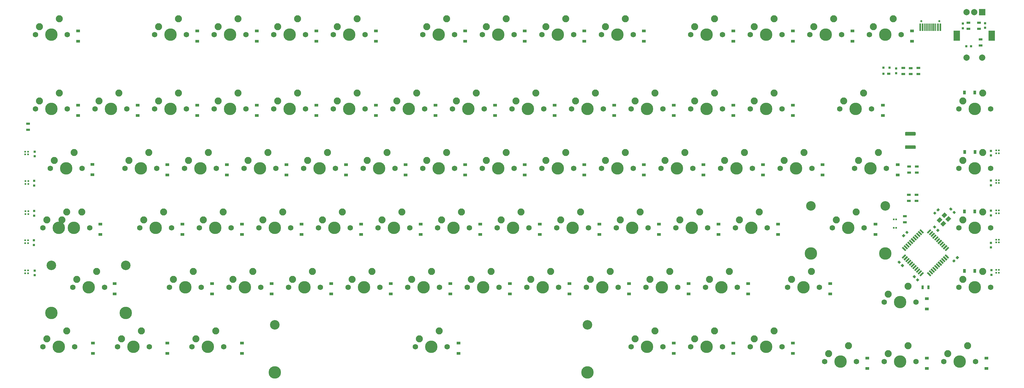
<source format=gbs>
G04 #@! TF.GenerationSoftware,KiCad,Pcbnew,(5.1.4)-1*
G04 #@! TF.CreationDate,2020-09-20T18:26:42+10:00*
G04 #@! TF.ProjectId,keyboard-10,6b657962-6f61-4726-942d-31302e6b6963,rev?*
G04 #@! TF.SameCoordinates,Original*
G04 #@! TF.FileFunction,Soldermask,Bot*
G04 #@! TF.FilePolarity,Negative*
%FSLAX46Y46*%
G04 Gerber Fmt 4.6, Leading zero omitted, Abs format (unit mm)*
G04 Created by KiCad (PCBNEW (5.1.4)-1) date 2020-09-20 18:26:42*
%MOMM*%
%LPD*%
G04 APERTURE LIST*
%ADD10R,0.550000X0.550000*%
%ADD11R,0.500000X0.500000*%
%ADD12C,2.250000*%
%ADD13C,3.987800*%
%ADD14C,1.750000*%
%ADD15R,1.300000X0.700000*%
%ADD16R,0.750000X0.800000*%
%ADD17R,2.000000X2.000000*%
%ADD18C,2.000000*%
%ADD19R,2.000000X3.200000*%
%ADD20R,0.700000X1.300000*%
%ADD21R,0.800000X0.750000*%
%ADD22C,0.750000*%
%ADD23C,0.100000*%
%ADD24C,3.048000*%
%ADD25C,0.650000*%
%ADD26R,0.300000X2.450000*%
%ADD27R,0.600000X2.450000*%
%ADD28C,1.200000*%
%ADD29R,0.700000X0.800000*%
%ADD30R,1.100000X0.800000*%
%ADD31C,0.550000*%
%ADD32C,1.125000*%
%ADD33R,1.200000X0.900000*%
%ADD34R,0.900000X1.200000*%
G04 APERTURE END LIST*
D10*
X405892001Y-160037000D03*
X406642001Y-160037000D03*
X405892001Y-162687000D03*
X406642001Y-162687000D03*
D11*
X439547000Y-176207000D03*
X439547000Y-177107000D03*
X438647000Y-177107000D03*
X438647000Y-176207000D03*
X439547000Y-166497000D03*
X439547000Y-167397000D03*
X438647000Y-167397000D03*
X438647000Y-166497000D03*
X439547000Y-157157000D03*
X439547000Y-158057000D03*
X438647000Y-158057000D03*
X438647000Y-157157000D03*
X438647000Y-147447000D03*
X438647000Y-148347000D03*
X439547000Y-148347000D03*
X439547000Y-147447000D03*
X439547000Y-137911000D03*
X439547000Y-138811000D03*
X438647000Y-138811000D03*
X438647000Y-137911000D03*
X129043000Y-176392000D03*
X129043000Y-177292000D03*
X128143000Y-177292000D03*
X128143000Y-176392000D03*
X129043000Y-166740000D03*
X129043000Y-167640000D03*
X128143000Y-167640000D03*
X128143000Y-166740000D03*
X129101000Y-157411000D03*
X129101000Y-158311000D03*
X128201000Y-158311000D03*
X128201000Y-157411000D03*
X129101000Y-147759000D03*
X129101000Y-148659000D03*
X128201000Y-148659000D03*
X128201000Y-147759000D03*
X129032000Y-138303000D03*
X129032000Y-139203000D03*
X128132000Y-139203000D03*
X128132000Y-138303000D03*
D12*
X146208750Y-157638750D03*
D13*
X143668750Y-162718750D03*
D12*
X139858750Y-160178750D03*
D14*
X138588750Y-162718750D03*
X148748750Y-162718750D03*
D12*
X141446250Y-157638750D03*
D13*
X138906250Y-162718750D03*
D12*
X135096250Y-160178750D03*
D14*
X133826250Y-162718750D03*
X143986250Y-162718750D03*
D15*
X429768000Y-97028000D03*
X429768000Y-98928000D03*
X433197000Y-97028000D03*
X433197000Y-98928000D03*
D16*
X427990000Y-97282000D03*
X427990000Y-98782000D03*
X435102000Y-97167000D03*
X435102000Y-98667000D03*
D17*
X434181250Y-93662500D03*
D18*
X431681250Y-93662500D03*
X429181250Y-93662500D03*
D19*
X437281250Y-101162500D03*
X426081250Y-101162500D03*
D18*
X434181250Y-108162500D03*
X429181250Y-108162500D03*
D15*
X433705000Y-104267000D03*
X433705000Y-102367000D03*
D20*
X415131250Y-181768750D03*
X417031250Y-181768750D03*
D15*
X408940000Y-111535500D03*
X408940000Y-113435500D03*
X129032000Y-131288500D03*
X129032000Y-129388500D03*
X413766000Y-111535500D03*
X413766000Y-113435500D03*
X411353000Y-111572000D03*
X411353000Y-113472000D03*
X413258000Y-145004500D03*
X413258000Y-143104500D03*
X410845000Y-145004500D03*
X410845000Y-143104500D03*
X413227184Y-154075500D03*
X413227184Y-152175500D03*
X410718000Y-154075500D03*
X410718000Y-152175500D03*
X409448000Y-160933500D03*
X409448000Y-159033500D03*
D12*
X139065000Y-95726250D03*
D13*
X136525000Y-100806250D03*
D12*
X132715000Y-98266250D03*
D14*
X131445000Y-100806250D03*
X141605000Y-100806250D03*
D21*
X429157000Y-104521000D03*
X430657000Y-104521000D03*
D22*
X426243750Y-172243750D03*
D23*
G36*
X426261428Y-171695742D02*
G01*
X426791758Y-172226072D01*
X426226072Y-172791758D01*
X425695742Y-172261428D01*
X426261428Y-171695742D01*
X426261428Y-171695742D01*
G37*
D22*
X425183090Y-173304410D03*
D23*
G36*
X425200768Y-172756402D02*
G01*
X425731098Y-173286732D01*
X425165412Y-173852418D01*
X424635082Y-173322088D01*
X425200768Y-172756402D01*
X425200768Y-172756402D01*
G37*
D22*
X418973000Y-162433000D03*
D23*
G36*
X418424992Y-162415322D02*
G01*
X418955322Y-161884992D01*
X419521008Y-162450678D01*
X418990678Y-162981008D01*
X418424992Y-162415322D01*
X418424992Y-162415322D01*
G37*
D22*
X420033660Y-163493660D03*
D23*
G36*
X419485652Y-163475982D02*
G01*
X420015982Y-162945652D01*
X420581668Y-163511338D01*
X420051338Y-164041668D01*
X419485652Y-163475982D01*
X419485652Y-163475982D01*
G37*
D22*
X413543750Y-179387500D03*
D23*
G36*
X414091758Y-179405178D02*
G01*
X413561428Y-179935508D01*
X412995742Y-179369822D01*
X413526072Y-178839492D01*
X414091758Y-179405178D01*
X414091758Y-179405178D01*
G37*
D22*
X412483090Y-178326840D03*
D23*
G36*
X413031098Y-178344518D02*
G01*
X412500768Y-178874848D01*
X411935082Y-178309162D01*
X412465412Y-177778832D01*
X413031098Y-178344518D01*
X413031098Y-178344518D01*
G37*
D22*
X407647670Y-173713670D03*
D23*
G36*
X407099662Y-173695992D02*
G01*
X407629992Y-173165662D01*
X408195678Y-173731348D01*
X407665348Y-174261678D01*
X407099662Y-173695992D01*
X407099662Y-173695992D01*
G37*
D22*
X408708330Y-174774330D03*
D23*
G36*
X408160322Y-174756652D02*
G01*
X408690652Y-174226322D01*
X409256338Y-174792008D01*
X408726008Y-175322338D01*
X408160322Y-174756652D01*
X408160322Y-174756652D01*
G37*
D16*
X437134000Y-176276000D03*
X437134000Y-177776000D03*
X437007000Y-167513000D03*
X437007000Y-169013000D03*
X437007000Y-157226000D03*
X437007000Y-158726000D03*
X437007000Y-147574000D03*
X437007000Y-149074000D03*
X437007000Y-138049000D03*
X437007000Y-139549000D03*
X131191000Y-176415000D03*
X131191000Y-177915000D03*
X130937000Y-166731250D03*
X130937000Y-168231250D03*
X130968750Y-157333250D03*
X130968750Y-158833250D03*
X131000500Y-147681250D03*
X131000500Y-149181250D03*
X131191000Y-138303000D03*
X131191000Y-139803000D03*
X406654000Y-111693500D03*
X406654000Y-113193500D03*
D22*
X410133243Y-164160757D03*
D23*
G36*
X410150921Y-163612749D02*
G01*
X410681251Y-164143079D01*
X410115565Y-164708765D01*
X409585235Y-164178435D01*
X410150921Y-163612749D01*
X410150921Y-163612749D01*
G37*
D22*
X409072583Y-165221417D03*
D23*
G36*
X409090261Y-164673409D02*
G01*
X409620591Y-165203739D01*
X409054905Y-165769425D01*
X408524575Y-165239095D01*
X409090261Y-164673409D01*
X409090261Y-164673409D01*
G37*
D22*
X419040732Y-157999950D03*
D23*
G36*
X419023054Y-158547958D02*
G01*
X418492724Y-158017628D01*
X419058410Y-157451942D01*
X419588740Y-157982272D01*
X419023054Y-158547958D01*
X419023054Y-158547958D01*
G37*
D22*
X420101392Y-156939290D03*
D23*
G36*
X420083714Y-157487298D02*
G01*
X419553384Y-156956968D01*
X420119070Y-156391282D01*
X420649400Y-156921612D01*
X420083714Y-157487298D01*
X420083714Y-157487298D01*
G37*
D22*
X425237217Y-157755235D03*
D23*
G36*
X425785225Y-157772913D02*
G01*
X425254895Y-158303243D01*
X424689209Y-157737557D01*
X425219539Y-157207227D01*
X425785225Y-157772913D01*
X425785225Y-157772913D01*
G37*
D22*
X424176557Y-156694575D03*
D23*
G36*
X424724565Y-156712253D02*
G01*
X424194235Y-157242583D01*
X423628549Y-156676897D01*
X424158879Y-156146567D01*
X424724565Y-156712253D01*
X424724565Y-156712253D01*
G37*
D12*
X410527500Y-181451250D03*
D13*
X407987500Y-186531250D03*
D12*
X404177500Y-183991250D03*
D14*
X402907500Y-186531250D03*
X413067500Y-186531250D03*
D12*
X379571250Y-176688750D03*
D13*
X377031250Y-181768750D03*
D12*
X373221250Y-179228750D03*
D14*
X371951250Y-181768750D03*
X382111250Y-181768750D03*
D12*
X358140000Y-138588750D03*
D13*
X355600000Y-143668750D03*
D12*
X351790000Y-141128750D03*
D14*
X350520000Y-143668750D03*
X360680000Y-143668750D03*
D12*
X377190000Y-138588750D03*
D13*
X374650000Y-143668750D03*
D12*
X370840000Y-141128750D03*
D14*
X369570000Y-143668750D03*
X379730000Y-143668750D03*
D12*
X172402500Y-157638750D03*
D13*
X169862500Y-162718750D03*
D12*
X166052500Y-160178750D03*
D14*
X164782500Y-162718750D03*
X174942500Y-162718750D03*
D12*
X272415000Y-119538750D03*
D13*
X269875000Y-124618750D03*
D12*
X266065000Y-122078750D03*
D14*
X264795000Y-124618750D03*
X274955000Y-124618750D03*
D12*
X429577500Y-200501250D03*
D13*
X427037500Y-205581250D03*
D12*
X423227500Y-203041250D03*
D14*
X421957500Y-205581250D03*
X432117500Y-205581250D03*
D12*
X410527500Y-200501250D03*
D13*
X407987500Y-205581250D03*
D12*
X404177500Y-203041250D03*
D14*
X402907500Y-205581250D03*
X413067500Y-205581250D03*
D12*
X391477500Y-200501250D03*
D13*
X388937500Y-205581250D03*
D12*
X385127500Y-203041250D03*
D14*
X383857500Y-205581250D03*
X394017500Y-205581250D03*
D12*
X367665000Y-195738750D03*
D13*
X365125000Y-200818750D03*
D12*
X361315000Y-198278750D03*
D14*
X360045000Y-200818750D03*
X370205000Y-200818750D03*
D12*
X348615000Y-195738750D03*
D13*
X346075000Y-200818750D03*
D12*
X342265000Y-198278750D03*
D14*
X340995000Y-200818750D03*
X351155000Y-200818750D03*
D12*
X329565000Y-195738750D03*
D13*
X327025000Y-200818750D03*
D12*
X323215000Y-198278750D03*
D14*
X321945000Y-200818750D03*
X332105000Y-200818750D03*
D12*
X260508750Y-195738750D03*
D13*
X257968750Y-200818750D03*
D12*
X254158750Y-198278750D03*
D14*
X252888750Y-200818750D03*
X263048750Y-200818750D03*
D24*
X207968850Y-193833750D03*
X307968650Y-193833750D03*
D13*
X207968850Y-209073750D03*
X307968650Y-209073750D03*
D12*
X189071250Y-195738750D03*
D13*
X186531250Y-200818750D03*
D12*
X182721250Y-198278750D03*
D14*
X181451250Y-200818750D03*
X191611250Y-200818750D03*
D12*
X165258750Y-195738750D03*
D13*
X162718750Y-200818750D03*
D12*
X158908750Y-198278750D03*
D14*
X157638750Y-200818750D03*
X167798750Y-200818750D03*
D12*
X141446250Y-195738750D03*
D13*
X138906250Y-200818750D03*
D12*
X135096250Y-198278750D03*
D14*
X133826250Y-200818750D03*
X143986250Y-200818750D03*
D12*
X434340000Y-176688750D03*
D13*
X431800000Y-181768750D03*
D12*
X427990000Y-179228750D03*
D14*
X426720000Y-181768750D03*
X436880000Y-181768750D03*
D12*
X353377500Y-176688750D03*
D13*
X350837500Y-181768750D03*
D12*
X347027500Y-179228750D03*
D14*
X345757500Y-181768750D03*
X355917500Y-181768750D03*
D12*
X334327500Y-176688750D03*
D13*
X331787500Y-181768750D03*
D12*
X327977500Y-179228750D03*
D14*
X326707500Y-181768750D03*
X336867500Y-181768750D03*
D12*
X315277500Y-176688750D03*
D13*
X312737500Y-181768750D03*
D12*
X308927500Y-179228750D03*
D14*
X307657500Y-181768750D03*
X317817500Y-181768750D03*
D12*
X296227500Y-176688750D03*
D13*
X293687500Y-181768750D03*
D12*
X289877500Y-179228750D03*
D14*
X288607500Y-181768750D03*
X298767500Y-181768750D03*
D12*
X277177500Y-176688750D03*
D13*
X274637500Y-181768750D03*
D12*
X270827500Y-179228750D03*
D14*
X269557500Y-181768750D03*
X279717500Y-181768750D03*
D12*
X258127500Y-176688750D03*
D13*
X255587500Y-181768750D03*
D12*
X251777500Y-179228750D03*
D14*
X250507500Y-181768750D03*
X260667500Y-181768750D03*
D12*
X239077500Y-176688750D03*
D13*
X236537500Y-181768750D03*
D12*
X232727500Y-179228750D03*
D14*
X231457500Y-181768750D03*
X241617500Y-181768750D03*
D12*
X220027500Y-176688750D03*
D13*
X217487500Y-181768750D03*
D12*
X213677500Y-179228750D03*
D14*
X212407500Y-181768750D03*
X222567500Y-181768750D03*
D12*
X200977500Y-176688750D03*
D13*
X198437500Y-181768750D03*
D12*
X194627500Y-179228750D03*
D14*
X193357500Y-181768750D03*
X203517500Y-181768750D03*
D12*
X181927500Y-176688750D03*
D13*
X179387500Y-181768750D03*
D12*
X175577500Y-179228750D03*
D14*
X174307500Y-181768750D03*
X184467500Y-181768750D03*
D12*
X150971250Y-176688750D03*
D13*
X148431250Y-181768750D03*
D12*
X144621250Y-179228750D03*
D14*
X143351250Y-181768750D03*
X153511250Y-181768750D03*
D24*
X136525000Y-174783750D03*
X160337500Y-174783750D03*
D13*
X136525000Y-190023750D03*
X160337500Y-190023750D03*
D12*
X434340000Y-157638750D03*
D13*
X431800000Y-162718750D03*
D12*
X427990000Y-160178750D03*
D14*
X426720000Y-162718750D03*
X436880000Y-162718750D03*
D12*
X393858750Y-157638750D03*
D13*
X391318750Y-162718750D03*
D12*
X387508750Y-160178750D03*
D14*
X386238750Y-162718750D03*
X396398750Y-162718750D03*
D24*
X379412500Y-155733750D03*
X403225000Y-155733750D03*
D13*
X379412500Y-170973750D03*
X403225000Y-170973750D03*
D12*
X362902500Y-157638750D03*
D13*
X360362500Y-162718750D03*
D12*
X356552500Y-160178750D03*
D14*
X355282500Y-162718750D03*
X365442500Y-162718750D03*
D12*
X343852500Y-157638750D03*
D13*
X341312500Y-162718750D03*
D12*
X337502500Y-160178750D03*
D14*
X336232500Y-162718750D03*
X346392500Y-162718750D03*
D12*
X324802500Y-157638750D03*
D13*
X322262500Y-162718750D03*
D12*
X318452500Y-160178750D03*
D14*
X317182500Y-162718750D03*
X327342500Y-162718750D03*
D12*
X305752500Y-157638750D03*
D13*
X303212500Y-162718750D03*
D12*
X299402500Y-160178750D03*
D14*
X298132500Y-162718750D03*
X308292500Y-162718750D03*
D12*
X286702500Y-157638750D03*
D13*
X284162500Y-162718750D03*
D12*
X280352500Y-160178750D03*
D14*
X279082500Y-162718750D03*
X289242500Y-162718750D03*
D12*
X267652500Y-157638750D03*
D13*
X265112500Y-162718750D03*
D12*
X261302500Y-160178750D03*
D14*
X260032500Y-162718750D03*
X270192500Y-162718750D03*
D12*
X248602500Y-157638750D03*
D13*
X246062500Y-162718750D03*
D12*
X242252500Y-160178750D03*
D14*
X240982500Y-162718750D03*
X251142500Y-162718750D03*
D12*
X229552500Y-157638750D03*
D13*
X227012500Y-162718750D03*
D12*
X223202500Y-160178750D03*
D14*
X221932500Y-162718750D03*
X232092500Y-162718750D03*
D12*
X210502500Y-157638750D03*
D13*
X207962500Y-162718750D03*
D12*
X204152500Y-160178750D03*
D14*
X202882500Y-162718750D03*
X213042500Y-162718750D03*
D12*
X191452500Y-157638750D03*
D13*
X188912500Y-162718750D03*
D12*
X185102500Y-160178750D03*
D14*
X183832500Y-162718750D03*
X193992500Y-162718750D03*
D12*
X434340000Y-138588750D03*
D13*
X431800000Y-143668750D03*
D12*
X427990000Y-141128750D03*
D14*
X426720000Y-143668750D03*
X436880000Y-143668750D03*
D12*
X401002500Y-138588750D03*
D13*
X398462500Y-143668750D03*
D12*
X394652500Y-141128750D03*
D14*
X393382500Y-143668750D03*
X403542500Y-143668750D03*
D12*
X339090000Y-138588750D03*
D13*
X336550000Y-143668750D03*
D12*
X332740000Y-141128750D03*
D14*
X331470000Y-143668750D03*
X341630000Y-143668750D03*
D12*
X320040000Y-138588750D03*
D13*
X317500000Y-143668750D03*
D12*
X313690000Y-141128750D03*
D14*
X312420000Y-143668750D03*
X322580000Y-143668750D03*
D12*
X300990000Y-138588750D03*
D13*
X298450000Y-143668750D03*
D12*
X294640000Y-141128750D03*
D14*
X293370000Y-143668750D03*
X303530000Y-143668750D03*
D12*
X281940000Y-138588750D03*
D13*
X279400000Y-143668750D03*
D12*
X275590000Y-141128750D03*
D14*
X274320000Y-143668750D03*
X284480000Y-143668750D03*
D12*
X262890000Y-138588750D03*
D13*
X260350000Y-143668750D03*
D12*
X256540000Y-141128750D03*
D14*
X255270000Y-143668750D03*
X265430000Y-143668750D03*
D12*
X243840000Y-138588750D03*
D13*
X241300000Y-143668750D03*
D12*
X237490000Y-141128750D03*
D14*
X236220000Y-143668750D03*
X246380000Y-143668750D03*
D12*
X224790000Y-138588750D03*
D13*
X222250000Y-143668750D03*
D12*
X218440000Y-141128750D03*
D14*
X217170000Y-143668750D03*
X227330000Y-143668750D03*
D12*
X205740000Y-138588750D03*
D13*
X203200000Y-143668750D03*
D12*
X199390000Y-141128750D03*
D14*
X198120000Y-143668750D03*
X208280000Y-143668750D03*
D12*
X186690000Y-138588750D03*
D13*
X184150000Y-143668750D03*
D12*
X180340000Y-141128750D03*
D14*
X179070000Y-143668750D03*
X189230000Y-143668750D03*
D12*
X167640000Y-138588750D03*
D13*
X165100000Y-143668750D03*
D12*
X161290000Y-141128750D03*
D14*
X160020000Y-143668750D03*
X170180000Y-143668750D03*
D12*
X143827500Y-138588750D03*
D13*
X141287500Y-143668750D03*
D12*
X137477500Y-141128750D03*
D14*
X136207500Y-143668750D03*
X146367500Y-143668750D03*
D12*
X434340000Y-119538750D03*
D13*
X431800000Y-124618750D03*
D12*
X427990000Y-122078750D03*
D14*
X426720000Y-124618750D03*
X436880000Y-124618750D03*
D12*
X396240000Y-119538750D03*
D13*
X393700000Y-124618750D03*
D12*
X389890000Y-122078750D03*
D14*
X388620000Y-124618750D03*
X398780000Y-124618750D03*
D12*
X367665000Y-119538750D03*
D13*
X365125000Y-124618750D03*
D12*
X361315000Y-122078750D03*
D14*
X360045000Y-124618750D03*
X370205000Y-124618750D03*
D12*
X348615000Y-119538750D03*
D13*
X346075000Y-124618750D03*
D12*
X342265000Y-122078750D03*
D14*
X340995000Y-124618750D03*
X351155000Y-124618750D03*
D12*
X329565000Y-119538750D03*
D13*
X327025000Y-124618750D03*
D12*
X323215000Y-122078750D03*
D14*
X321945000Y-124618750D03*
X332105000Y-124618750D03*
D12*
X310515000Y-119538750D03*
D13*
X307975000Y-124618750D03*
D12*
X304165000Y-122078750D03*
D14*
X302895000Y-124618750D03*
X313055000Y-124618750D03*
D12*
X291465000Y-119538750D03*
D13*
X288925000Y-124618750D03*
D12*
X285115000Y-122078750D03*
D14*
X283845000Y-124618750D03*
X294005000Y-124618750D03*
D12*
X253365000Y-119538750D03*
D13*
X250825000Y-124618750D03*
D12*
X247015000Y-122078750D03*
D14*
X245745000Y-124618750D03*
X255905000Y-124618750D03*
D12*
X234315000Y-119538750D03*
D13*
X231775000Y-124618750D03*
D12*
X227965000Y-122078750D03*
D14*
X226695000Y-124618750D03*
X236855000Y-124618750D03*
D12*
X215265000Y-119538750D03*
D13*
X212725000Y-124618750D03*
D12*
X208915000Y-122078750D03*
D14*
X207645000Y-124618750D03*
X217805000Y-124618750D03*
D12*
X196215000Y-119538750D03*
D13*
X193675000Y-124618750D03*
D12*
X189865000Y-122078750D03*
D14*
X188595000Y-124618750D03*
X198755000Y-124618750D03*
D12*
X177165000Y-119538750D03*
D13*
X174625000Y-124618750D03*
D12*
X170815000Y-122078750D03*
D14*
X169545000Y-124618750D03*
X179705000Y-124618750D03*
D12*
X158115000Y-119538750D03*
D13*
X155575000Y-124618750D03*
D12*
X151765000Y-122078750D03*
D14*
X150495000Y-124618750D03*
X160655000Y-124618750D03*
D12*
X139065000Y-119538750D03*
D13*
X136525000Y-124618750D03*
D12*
X132715000Y-122078750D03*
D14*
X131445000Y-124618750D03*
X141605000Y-124618750D03*
D12*
X405765000Y-95726250D03*
D13*
X403225000Y-100806250D03*
D12*
X399415000Y-98266250D03*
D14*
X398145000Y-100806250D03*
X408305000Y-100806250D03*
D12*
X386715000Y-95726250D03*
D13*
X384175000Y-100806250D03*
D12*
X380365000Y-98266250D03*
D14*
X379095000Y-100806250D03*
X389255000Y-100806250D03*
D12*
X367665000Y-95726250D03*
D13*
X365125000Y-100806250D03*
D12*
X361315000Y-98266250D03*
D14*
X360045000Y-100806250D03*
X370205000Y-100806250D03*
D12*
X348615000Y-95726250D03*
D13*
X346075000Y-100806250D03*
D12*
X342265000Y-98266250D03*
D14*
X340995000Y-100806250D03*
X351155000Y-100806250D03*
D12*
X320040000Y-95726250D03*
D13*
X317500000Y-100806250D03*
D12*
X313690000Y-98266250D03*
D14*
X312420000Y-100806250D03*
X322580000Y-100806250D03*
D12*
X300990000Y-95726250D03*
D13*
X298450000Y-100806250D03*
D12*
X294640000Y-98266250D03*
D14*
X293370000Y-100806250D03*
X303530000Y-100806250D03*
D12*
X281940000Y-95726250D03*
D13*
X279400000Y-100806250D03*
D12*
X275590000Y-98266250D03*
D14*
X274320000Y-100806250D03*
X284480000Y-100806250D03*
D12*
X262890000Y-95726250D03*
D13*
X260350000Y-100806250D03*
D12*
X256540000Y-98266250D03*
D14*
X255270000Y-100806250D03*
X265430000Y-100806250D03*
D12*
X234315000Y-95726250D03*
D13*
X231775000Y-100806250D03*
D12*
X227965000Y-98266250D03*
D14*
X226695000Y-100806250D03*
X236855000Y-100806250D03*
D12*
X215265000Y-95726250D03*
D13*
X212725000Y-100806250D03*
D12*
X208915000Y-98266250D03*
D14*
X207645000Y-100806250D03*
X217805000Y-100806250D03*
D12*
X196215000Y-95726250D03*
D13*
X193675000Y-100806250D03*
D12*
X189865000Y-98266250D03*
D14*
X188595000Y-100806250D03*
X198755000Y-100806250D03*
D12*
X177165000Y-95726250D03*
D13*
X174625000Y-100806250D03*
D12*
X170815000Y-98266250D03*
D14*
X169545000Y-100806250D03*
X179705000Y-100806250D03*
D25*
X414686000Y-96547000D03*
X420466000Y-96547000D03*
D26*
X417326000Y-98492000D03*
X417826000Y-98492000D03*
X418326000Y-98492000D03*
X416826000Y-98492000D03*
X418826000Y-98492000D03*
X416326000Y-98492000D03*
X419326000Y-98492000D03*
X415826000Y-98492000D03*
D27*
X415126000Y-98492000D03*
X420026000Y-98492000D03*
X414351000Y-98492000D03*
X420801000Y-98492000D03*
D28*
X423334488Y-159832008D03*
D23*
G36*
X423405199Y-158912769D02*
G01*
X424253727Y-159761297D01*
X423263777Y-160751247D01*
X422415249Y-159902719D01*
X423405199Y-158912769D01*
X423405199Y-158912769D01*
G37*
D28*
X421778853Y-161387643D03*
D23*
G36*
X421849564Y-160468404D02*
G01*
X422698092Y-161316932D01*
X421708142Y-162306882D01*
X420859614Y-161458354D01*
X421849564Y-160468404D01*
X421849564Y-160468404D01*
G37*
D28*
X420576772Y-160185562D03*
D23*
G36*
X420647483Y-159266323D02*
G01*
X421496011Y-160114851D01*
X420506061Y-161104801D01*
X419657533Y-160256273D01*
X420647483Y-159266323D01*
X420647483Y-159266323D01*
G37*
D28*
X422132407Y-158629927D03*
D23*
G36*
X422203118Y-157710688D02*
G01*
X423051646Y-158559216D01*
X422061696Y-159549166D01*
X421213168Y-158700638D01*
X422203118Y-157710688D01*
X422203118Y-157710688D01*
G37*
D29*
X404544000Y-111379000D03*
X402644000Y-111379000D03*
X402644000Y-113379000D03*
D30*
X404344000Y-113379000D03*
D31*
X409193064Y-171890082D03*
D23*
G36*
X409528940Y-171165298D02*
G01*
X409917848Y-171554206D01*
X408857188Y-172614866D01*
X408468280Y-172225958D01*
X409528940Y-171165298D01*
X409528940Y-171165298D01*
G37*
D31*
X409758750Y-172455767D03*
D23*
G36*
X410094626Y-171730983D02*
G01*
X410483534Y-172119891D01*
X409422874Y-173180551D01*
X409033966Y-172791643D01*
X410094626Y-171730983D01*
X410094626Y-171730983D01*
G37*
D31*
X410324435Y-173021452D03*
D23*
G36*
X410660311Y-172296668D02*
G01*
X411049219Y-172685576D01*
X409988559Y-173746236D01*
X409599651Y-173357328D01*
X410660311Y-172296668D01*
X410660311Y-172296668D01*
G37*
D31*
X410890120Y-173587138D03*
D23*
G36*
X411225996Y-172862354D02*
G01*
X411614904Y-173251262D01*
X410554244Y-174311922D01*
X410165336Y-173923014D01*
X411225996Y-172862354D01*
X411225996Y-172862354D01*
G37*
D31*
X411455806Y-174152823D03*
D23*
G36*
X411791682Y-173428039D02*
G01*
X412180590Y-173816947D01*
X411119930Y-174877607D01*
X410731022Y-174488699D01*
X411791682Y-173428039D01*
X411791682Y-173428039D01*
G37*
D31*
X412021491Y-174718509D03*
D23*
G36*
X412357367Y-173993725D02*
G01*
X412746275Y-174382633D01*
X411685615Y-175443293D01*
X411296707Y-175054385D01*
X412357367Y-173993725D01*
X412357367Y-173993725D01*
G37*
D31*
X412587177Y-175284194D03*
D23*
G36*
X412923053Y-174559410D02*
G01*
X413311961Y-174948318D01*
X412251301Y-176008978D01*
X411862393Y-175620070D01*
X412923053Y-174559410D01*
X412923053Y-174559410D01*
G37*
D31*
X413152862Y-175849880D03*
D23*
G36*
X413488738Y-175125096D02*
G01*
X413877646Y-175514004D01*
X412816986Y-176574664D01*
X412428078Y-176185756D01*
X413488738Y-175125096D01*
X413488738Y-175125096D01*
G37*
D31*
X413718548Y-176415565D03*
D23*
G36*
X414054424Y-175690781D02*
G01*
X414443332Y-176079689D01*
X413382672Y-177140349D01*
X412993764Y-176751441D01*
X414054424Y-175690781D01*
X414054424Y-175690781D01*
G37*
D31*
X414284233Y-176981250D03*
D23*
G36*
X414620109Y-176256466D02*
G01*
X415009017Y-176645374D01*
X413948357Y-177706034D01*
X413559449Y-177317126D01*
X414620109Y-176256466D01*
X414620109Y-176256466D01*
G37*
D31*
X414849918Y-177546936D03*
D23*
G36*
X415185794Y-176822152D02*
G01*
X415574702Y-177211060D01*
X414514042Y-178271720D01*
X414125134Y-177882812D01*
X415185794Y-176822152D01*
X415185794Y-176822152D01*
G37*
D31*
X417254082Y-177546936D03*
D23*
G36*
X416529298Y-177211060D02*
G01*
X416918206Y-176822152D01*
X417978866Y-177882812D01*
X417589958Y-178271720D01*
X416529298Y-177211060D01*
X416529298Y-177211060D01*
G37*
D31*
X417819767Y-176981250D03*
D23*
G36*
X417094983Y-176645374D02*
G01*
X417483891Y-176256466D01*
X418544551Y-177317126D01*
X418155643Y-177706034D01*
X417094983Y-176645374D01*
X417094983Y-176645374D01*
G37*
D31*
X418385452Y-176415565D03*
D23*
G36*
X417660668Y-176079689D02*
G01*
X418049576Y-175690781D01*
X419110236Y-176751441D01*
X418721328Y-177140349D01*
X417660668Y-176079689D01*
X417660668Y-176079689D01*
G37*
D31*
X418951138Y-175849880D03*
D23*
G36*
X418226354Y-175514004D02*
G01*
X418615262Y-175125096D01*
X419675922Y-176185756D01*
X419287014Y-176574664D01*
X418226354Y-175514004D01*
X418226354Y-175514004D01*
G37*
D31*
X419516823Y-175284194D03*
D23*
G36*
X418792039Y-174948318D02*
G01*
X419180947Y-174559410D01*
X420241607Y-175620070D01*
X419852699Y-176008978D01*
X418792039Y-174948318D01*
X418792039Y-174948318D01*
G37*
D31*
X420082509Y-174718509D03*
D23*
G36*
X419357725Y-174382633D02*
G01*
X419746633Y-173993725D01*
X420807293Y-175054385D01*
X420418385Y-175443293D01*
X419357725Y-174382633D01*
X419357725Y-174382633D01*
G37*
D31*
X420648194Y-174152823D03*
D23*
G36*
X419923410Y-173816947D02*
G01*
X420312318Y-173428039D01*
X421372978Y-174488699D01*
X420984070Y-174877607D01*
X419923410Y-173816947D01*
X419923410Y-173816947D01*
G37*
D31*
X421213880Y-173587138D03*
D23*
G36*
X420489096Y-173251262D02*
G01*
X420878004Y-172862354D01*
X421938664Y-173923014D01*
X421549756Y-174311922D01*
X420489096Y-173251262D01*
X420489096Y-173251262D01*
G37*
D31*
X421779565Y-173021452D03*
D23*
G36*
X421054781Y-172685576D02*
G01*
X421443689Y-172296668D01*
X422504349Y-173357328D01*
X422115441Y-173746236D01*
X421054781Y-172685576D01*
X421054781Y-172685576D01*
G37*
D31*
X422345250Y-172455767D03*
D23*
G36*
X421620466Y-172119891D02*
G01*
X422009374Y-171730983D01*
X423070034Y-172791643D01*
X422681126Y-173180551D01*
X421620466Y-172119891D01*
X421620466Y-172119891D01*
G37*
D31*
X422910936Y-171890082D03*
D23*
G36*
X422186152Y-171554206D02*
G01*
X422575060Y-171165298D01*
X423635720Y-172225958D01*
X423246812Y-172614866D01*
X422186152Y-171554206D01*
X422186152Y-171554206D01*
G37*
D31*
X422910936Y-169485918D03*
D23*
G36*
X423246812Y-168761134D02*
G01*
X423635720Y-169150042D01*
X422575060Y-170210702D01*
X422186152Y-169821794D01*
X423246812Y-168761134D01*
X423246812Y-168761134D01*
G37*
D31*
X422345250Y-168920233D03*
D23*
G36*
X422681126Y-168195449D02*
G01*
X423070034Y-168584357D01*
X422009374Y-169645017D01*
X421620466Y-169256109D01*
X422681126Y-168195449D01*
X422681126Y-168195449D01*
G37*
D31*
X421779565Y-168354548D03*
D23*
G36*
X422115441Y-167629764D02*
G01*
X422504349Y-168018672D01*
X421443689Y-169079332D01*
X421054781Y-168690424D01*
X422115441Y-167629764D01*
X422115441Y-167629764D01*
G37*
D31*
X421213880Y-167788862D03*
D23*
G36*
X421549756Y-167064078D02*
G01*
X421938664Y-167452986D01*
X420878004Y-168513646D01*
X420489096Y-168124738D01*
X421549756Y-167064078D01*
X421549756Y-167064078D01*
G37*
D31*
X420648194Y-167223177D03*
D23*
G36*
X420984070Y-166498393D02*
G01*
X421372978Y-166887301D01*
X420312318Y-167947961D01*
X419923410Y-167559053D01*
X420984070Y-166498393D01*
X420984070Y-166498393D01*
G37*
D31*
X420082509Y-166657491D03*
D23*
G36*
X420418385Y-165932707D02*
G01*
X420807293Y-166321615D01*
X419746633Y-167382275D01*
X419357725Y-166993367D01*
X420418385Y-165932707D01*
X420418385Y-165932707D01*
G37*
D31*
X419516823Y-166091806D03*
D23*
G36*
X419852699Y-165367022D02*
G01*
X420241607Y-165755930D01*
X419180947Y-166816590D01*
X418792039Y-166427682D01*
X419852699Y-165367022D01*
X419852699Y-165367022D01*
G37*
D31*
X418951138Y-165526120D03*
D23*
G36*
X419287014Y-164801336D02*
G01*
X419675922Y-165190244D01*
X418615262Y-166250904D01*
X418226354Y-165861996D01*
X419287014Y-164801336D01*
X419287014Y-164801336D01*
G37*
D31*
X418385452Y-164960435D03*
D23*
G36*
X418721328Y-164235651D02*
G01*
X419110236Y-164624559D01*
X418049576Y-165685219D01*
X417660668Y-165296311D01*
X418721328Y-164235651D01*
X418721328Y-164235651D01*
G37*
D31*
X417819767Y-164394750D03*
D23*
G36*
X418155643Y-163669966D02*
G01*
X418544551Y-164058874D01*
X417483891Y-165119534D01*
X417094983Y-164730626D01*
X418155643Y-163669966D01*
X418155643Y-163669966D01*
G37*
D31*
X417254082Y-163829064D03*
D23*
G36*
X417589958Y-163104280D02*
G01*
X417978866Y-163493188D01*
X416918206Y-164553848D01*
X416529298Y-164164940D01*
X417589958Y-163104280D01*
X417589958Y-163104280D01*
G37*
D31*
X414849918Y-163829064D03*
D23*
G36*
X414125134Y-163493188D02*
G01*
X414514042Y-163104280D01*
X415574702Y-164164940D01*
X415185794Y-164553848D01*
X414125134Y-163493188D01*
X414125134Y-163493188D01*
G37*
D31*
X414284233Y-164394750D03*
D23*
G36*
X413559449Y-164058874D02*
G01*
X413948357Y-163669966D01*
X415009017Y-164730626D01*
X414620109Y-165119534D01*
X413559449Y-164058874D01*
X413559449Y-164058874D01*
G37*
D31*
X413718548Y-164960435D03*
D23*
G36*
X412993764Y-164624559D02*
G01*
X413382672Y-164235651D01*
X414443332Y-165296311D01*
X414054424Y-165685219D01*
X412993764Y-164624559D01*
X412993764Y-164624559D01*
G37*
D31*
X413152862Y-165526120D03*
D23*
G36*
X412428078Y-165190244D02*
G01*
X412816986Y-164801336D01*
X413877646Y-165861996D01*
X413488738Y-166250904D01*
X412428078Y-165190244D01*
X412428078Y-165190244D01*
G37*
D31*
X412587177Y-166091806D03*
D23*
G36*
X411862393Y-165755930D02*
G01*
X412251301Y-165367022D01*
X413311961Y-166427682D01*
X412923053Y-166816590D01*
X411862393Y-165755930D01*
X411862393Y-165755930D01*
G37*
D31*
X412021491Y-166657491D03*
D23*
G36*
X411296707Y-166321615D02*
G01*
X411685615Y-165932707D01*
X412746275Y-166993367D01*
X412357367Y-167382275D01*
X411296707Y-166321615D01*
X411296707Y-166321615D01*
G37*
D31*
X411455806Y-167223177D03*
D23*
G36*
X410731022Y-166887301D02*
G01*
X411119930Y-166498393D01*
X412180590Y-167559053D01*
X411791682Y-167947961D01*
X410731022Y-166887301D01*
X410731022Y-166887301D01*
G37*
D31*
X410890120Y-167788862D03*
D23*
G36*
X410165336Y-167452986D02*
G01*
X410554244Y-167064078D01*
X411614904Y-168124738D01*
X411225996Y-168513646D01*
X410165336Y-167452986D01*
X410165336Y-167452986D01*
G37*
D31*
X410324435Y-168354548D03*
D23*
G36*
X409599651Y-168018672D02*
G01*
X409988559Y-167629764D01*
X411049219Y-168690424D01*
X410660311Y-169079332D01*
X409599651Y-168018672D01*
X409599651Y-168018672D01*
G37*
D31*
X409758750Y-168920233D03*
D23*
G36*
X409033966Y-168584357D02*
G01*
X409422874Y-168195449D01*
X410483534Y-169256109D01*
X410094626Y-169645017D01*
X409033966Y-168584357D01*
X409033966Y-168584357D01*
G37*
D31*
X409193064Y-169485918D03*
D23*
G36*
X408468280Y-169150042D02*
G01*
X408857188Y-168761134D01*
X409917848Y-169821794D01*
X409528940Y-170210702D01*
X408468280Y-169150042D01*
X408468280Y-169150042D01*
G37*
G36*
X412700505Y-136301704D02*
G01*
X412724773Y-136305304D01*
X412748572Y-136311265D01*
X412771671Y-136319530D01*
X412793850Y-136330020D01*
X412814893Y-136342632D01*
X412834599Y-136357247D01*
X412852777Y-136373723D01*
X412869253Y-136391901D01*
X412883868Y-136411607D01*
X412896480Y-136432650D01*
X412906970Y-136454829D01*
X412915235Y-136477928D01*
X412921196Y-136501727D01*
X412924796Y-136525995D01*
X412926000Y-136550499D01*
X412926000Y-137175501D01*
X412924796Y-137200005D01*
X412921196Y-137224273D01*
X412915235Y-137248072D01*
X412906970Y-137271171D01*
X412896480Y-137293350D01*
X412883868Y-137314393D01*
X412869253Y-137334099D01*
X412852777Y-137352277D01*
X412834599Y-137368753D01*
X412814893Y-137383368D01*
X412793850Y-137395980D01*
X412771671Y-137406470D01*
X412748572Y-137414735D01*
X412724773Y-137420696D01*
X412700505Y-137424296D01*
X412676001Y-137425500D01*
X409775999Y-137425500D01*
X409751495Y-137424296D01*
X409727227Y-137420696D01*
X409703428Y-137414735D01*
X409680329Y-137406470D01*
X409658150Y-137395980D01*
X409637107Y-137383368D01*
X409617401Y-137368753D01*
X409599223Y-137352277D01*
X409582747Y-137334099D01*
X409568132Y-137314393D01*
X409555520Y-137293350D01*
X409545030Y-137271171D01*
X409536765Y-137248072D01*
X409530804Y-137224273D01*
X409527204Y-137200005D01*
X409526000Y-137175501D01*
X409526000Y-136550499D01*
X409527204Y-136525995D01*
X409530804Y-136501727D01*
X409536765Y-136477928D01*
X409545030Y-136454829D01*
X409555520Y-136432650D01*
X409568132Y-136411607D01*
X409582747Y-136391901D01*
X409599223Y-136373723D01*
X409617401Y-136357247D01*
X409637107Y-136342632D01*
X409658150Y-136330020D01*
X409680329Y-136319530D01*
X409703428Y-136311265D01*
X409727227Y-136305304D01*
X409751495Y-136301704D01*
X409775999Y-136300500D01*
X412676001Y-136300500D01*
X412700505Y-136301704D01*
X412700505Y-136301704D01*
G37*
D32*
X411226000Y-136863000D03*
D23*
G36*
X412700505Y-132026704D02*
G01*
X412724773Y-132030304D01*
X412748572Y-132036265D01*
X412771671Y-132044530D01*
X412793850Y-132055020D01*
X412814893Y-132067632D01*
X412834599Y-132082247D01*
X412852777Y-132098723D01*
X412869253Y-132116901D01*
X412883868Y-132136607D01*
X412896480Y-132157650D01*
X412906970Y-132179829D01*
X412915235Y-132202928D01*
X412921196Y-132226727D01*
X412924796Y-132250995D01*
X412926000Y-132275499D01*
X412926000Y-132900501D01*
X412924796Y-132925005D01*
X412921196Y-132949273D01*
X412915235Y-132973072D01*
X412906970Y-132996171D01*
X412896480Y-133018350D01*
X412883868Y-133039393D01*
X412869253Y-133059099D01*
X412852777Y-133077277D01*
X412834599Y-133093753D01*
X412814893Y-133108368D01*
X412793850Y-133120980D01*
X412771671Y-133131470D01*
X412748572Y-133139735D01*
X412724773Y-133145696D01*
X412700505Y-133149296D01*
X412676001Y-133150500D01*
X409775999Y-133150500D01*
X409751495Y-133149296D01*
X409727227Y-133145696D01*
X409703428Y-133139735D01*
X409680329Y-133131470D01*
X409658150Y-133120980D01*
X409637107Y-133108368D01*
X409617401Y-133093753D01*
X409599223Y-133077277D01*
X409582747Y-133059099D01*
X409568132Y-133039393D01*
X409555520Y-133018350D01*
X409545030Y-132996171D01*
X409536765Y-132973072D01*
X409530804Y-132949273D01*
X409527204Y-132925005D01*
X409526000Y-132900501D01*
X409526000Y-132275499D01*
X409527204Y-132250995D01*
X409530804Y-132226727D01*
X409536765Y-132202928D01*
X409545030Y-132179829D01*
X409555520Y-132157650D01*
X409568132Y-132136607D01*
X409582747Y-132116901D01*
X409599223Y-132098723D01*
X409617401Y-132082247D01*
X409637107Y-132067632D01*
X409658150Y-132055020D01*
X409680329Y-132044530D01*
X409703428Y-132036265D01*
X409727227Y-132030304D01*
X409751495Y-132026704D01*
X409775999Y-132025500D01*
X412676001Y-132025500D01*
X412700505Y-132026704D01*
X412700505Y-132026704D01*
G37*
D32*
X411226000Y-132588000D03*
D33*
X145050000Y-99656250D03*
X145050000Y-102956250D03*
X183150000Y-99656250D03*
X183150000Y-102956250D03*
X202200000Y-99656250D03*
X202200000Y-102956250D03*
X221250000Y-99656250D03*
X221250000Y-102956250D03*
X240300000Y-99656250D03*
X240300000Y-102956250D03*
X268875000Y-99656250D03*
X268875000Y-102956250D03*
X287925000Y-99656250D03*
X287925000Y-102956250D03*
X306975000Y-99656250D03*
X306975000Y-102956250D03*
X326025000Y-99656250D03*
X326025000Y-102956250D03*
X354600000Y-99656250D03*
X354600000Y-102956250D03*
X373650000Y-99656250D03*
X373650000Y-102956250D03*
X392700000Y-99656250D03*
X392700000Y-102956250D03*
X411750000Y-99656250D03*
X411750000Y-102956250D03*
X145050000Y-123468750D03*
X145050000Y-126768750D03*
X164100000Y-123468750D03*
X164100000Y-126768750D03*
X183150000Y-123468750D03*
X183150000Y-126768750D03*
X202200000Y-123468750D03*
X202200000Y-126768750D03*
X221250000Y-123468750D03*
X221250000Y-126768750D03*
X240300000Y-123468750D03*
X240300000Y-126768750D03*
X259350000Y-123468750D03*
X259350000Y-126768750D03*
X278400000Y-123468750D03*
X278400000Y-126768750D03*
X297450000Y-123468750D03*
X297450000Y-126768750D03*
X316500000Y-123468750D03*
X316500000Y-126768750D03*
X335550000Y-123468750D03*
X335550000Y-126768750D03*
X354600000Y-123468750D03*
X354600000Y-126768750D03*
X373650000Y-123468750D03*
X373650000Y-126768750D03*
X402431250Y-123468750D03*
X402431250Y-126768750D03*
D34*
X431800000Y-119380000D03*
X428500000Y-119380000D03*
D33*
X149606000Y-142368000D03*
X149606000Y-145668000D03*
X173625000Y-142518750D03*
X173625000Y-145818750D03*
X192675000Y-142518750D03*
X192675000Y-145818750D03*
X211725000Y-142518750D03*
X211725000Y-145818750D03*
X230775000Y-142518750D03*
X230775000Y-145818750D03*
X249825000Y-142518750D03*
X249825000Y-145818750D03*
X268875000Y-142518750D03*
X268875000Y-145818750D03*
X287925000Y-142518750D03*
X287925000Y-145818750D03*
X306975000Y-142518750D03*
X306975000Y-145818750D03*
X326025000Y-142518750D03*
X326025000Y-145818750D03*
X345075000Y-142518750D03*
X345075000Y-145818750D03*
X364125000Y-142518750D03*
X364125000Y-145818750D03*
X383175000Y-142518750D03*
X383175000Y-145818750D03*
X407193750Y-142518750D03*
X407193750Y-145818750D03*
D34*
X431926000Y-138430000D03*
X428626000Y-138430000D03*
D33*
X152146000Y-161568750D03*
X152146000Y-164868750D03*
X178387500Y-161568750D03*
X178387500Y-164868750D03*
X197437500Y-161568750D03*
X197437500Y-164868750D03*
X216487500Y-161568750D03*
X216487500Y-164868750D03*
X235537500Y-161568750D03*
X235537500Y-164868750D03*
X254587500Y-161568750D03*
X254587500Y-164868750D03*
X273637500Y-161568750D03*
X273637500Y-164868750D03*
X292687500Y-161568750D03*
X292687500Y-164868750D03*
X311737500Y-161568750D03*
X311737500Y-164868750D03*
X330787500Y-161568750D03*
X330787500Y-164868750D03*
X349837500Y-161568750D03*
X349837500Y-164868750D03*
X368887500Y-161568750D03*
X368887500Y-164868750D03*
X400050000Y-161568750D03*
X400050000Y-164868750D03*
D34*
X431798000Y-157480000D03*
X428498000Y-157480000D03*
D33*
X156718000Y-180594000D03*
X156718000Y-183894000D03*
X187912500Y-180618750D03*
X187912500Y-183918750D03*
X206962500Y-180618750D03*
X206962500Y-183918750D03*
X226012500Y-180618750D03*
X226012500Y-183918750D03*
X245062500Y-180618750D03*
X245062500Y-183918750D03*
X264112500Y-180618750D03*
X264112500Y-183918750D03*
X283162500Y-180618750D03*
X283162500Y-183918750D03*
X302212500Y-180618750D03*
X302212500Y-183918750D03*
X321262500Y-180618750D03*
X321262500Y-183918750D03*
X340312500Y-180618750D03*
X340312500Y-183918750D03*
X359362500Y-180618750D03*
X359362500Y-183918750D03*
X385572000Y-180618750D03*
X385572000Y-183918750D03*
X416512500Y-185381250D03*
X416512500Y-188681250D03*
D34*
X431800000Y-176530000D03*
X428500000Y-176530000D03*
D33*
X149812500Y-199668750D03*
X149812500Y-202968750D03*
X173625000Y-199668750D03*
X173625000Y-202968750D03*
X197437500Y-199668750D03*
X197437500Y-202968750D03*
X266700000Y-199668750D03*
X266700000Y-202968750D03*
X335550000Y-199668750D03*
X335550000Y-202968750D03*
X354600000Y-199668750D03*
X354600000Y-202968750D03*
X373650000Y-199668750D03*
X373650000Y-202968750D03*
X397462500Y-204431250D03*
X397462500Y-207731250D03*
X416512500Y-204431250D03*
X416512500Y-207731250D03*
X435562500Y-204431250D03*
X435562500Y-207731250D03*
M02*

</source>
